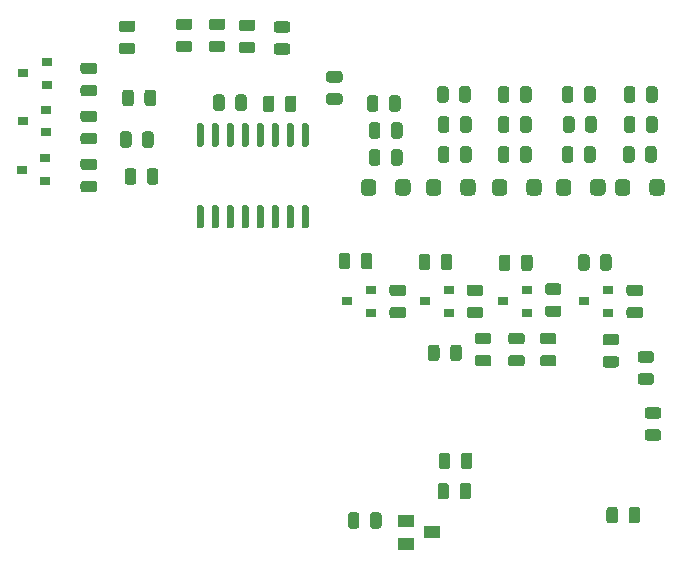
<source format=gbr>
G04 #@! TF.GenerationSoftware,KiCad,Pcbnew,(5.1.6-0-10_14)*
G04 #@! TF.CreationDate,2020-08-18T13:46:32-04:00*
G04 #@! TF.ProjectId,Pufferfish-Interface-2,50756666-6572-4666-9973-682d496e7465,rev?*
G04 #@! TF.SameCoordinates,Original*
G04 #@! TF.FileFunction,Paste,Top*
G04 #@! TF.FilePolarity,Positive*
%FSLAX46Y46*%
G04 Gerber Fmt 4.6, Leading zero omitted, Abs format (unit mm)*
G04 Created by KiCad (PCBNEW (5.1.6-0-10_14)) date 2020-08-18 13:46:32*
%MOMM*%
%LPD*%
G01*
G04 APERTURE LIST*
%ADD10R,1.400000X1.000000*%
%ADD11R,0.900000X0.800000*%
G04 APERTURE END LIST*
D10*
X38692000Y-53340000D03*
X36492000Y-54290000D03*
X36492000Y-52390000D03*
G36*
G01*
X19230480Y-27599560D02*
X18930480Y-27599560D01*
G75*
G02*
X18780480Y-27449560I0J150000D01*
G01*
X18780480Y-25774560D01*
G75*
G02*
X18930480Y-25624560I150000J0D01*
G01*
X19230480Y-25624560D01*
G75*
G02*
X19380480Y-25774560I0J-150000D01*
G01*
X19380480Y-27449560D01*
G75*
G02*
X19230480Y-27599560I-150000J0D01*
G01*
G37*
G36*
G01*
X20500480Y-27599560D02*
X20200480Y-27599560D01*
G75*
G02*
X20050480Y-27449560I0J150000D01*
G01*
X20050480Y-25774560D01*
G75*
G02*
X20200480Y-25624560I150000J0D01*
G01*
X20500480Y-25624560D01*
G75*
G02*
X20650480Y-25774560I0J-150000D01*
G01*
X20650480Y-27449560D01*
G75*
G02*
X20500480Y-27599560I-150000J0D01*
G01*
G37*
G36*
G01*
X21770480Y-27599560D02*
X21470480Y-27599560D01*
G75*
G02*
X21320480Y-27449560I0J150000D01*
G01*
X21320480Y-25774560D01*
G75*
G02*
X21470480Y-25624560I150000J0D01*
G01*
X21770480Y-25624560D01*
G75*
G02*
X21920480Y-25774560I0J-150000D01*
G01*
X21920480Y-27449560D01*
G75*
G02*
X21770480Y-27599560I-150000J0D01*
G01*
G37*
G36*
G01*
X23040480Y-27599560D02*
X22740480Y-27599560D01*
G75*
G02*
X22590480Y-27449560I0J150000D01*
G01*
X22590480Y-25774560D01*
G75*
G02*
X22740480Y-25624560I150000J0D01*
G01*
X23040480Y-25624560D01*
G75*
G02*
X23190480Y-25774560I0J-150000D01*
G01*
X23190480Y-27449560D01*
G75*
G02*
X23040480Y-27599560I-150000J0D01*
G01*
G37*
G36*
G01*
X24310480Y-27599560D02*
X24010480Y-27599560D01*
G75*
G02*
X23860480Y-27449560I0J150000D01*
G01*
X23860480Y-25774560D01*
G75*
G02*
X24010480Y-25624560I150000J0D01*
G01*
X24310480Y-25624560D01*
G75*
G02*
X24460480Y-25774560I0J-150000D01*
G01*
X24460480Y-27449560D01*
G75*
G02*
X24310480Y-27599560I-150000J0D01*
G01*
G37*
G36*
G01*
X25580480Y-27599560D02*
X25280480Y-27599560D01*
G75*
G02*
X25130480Y-27449560I0J150000D01*
G01*
X25130480Y-25774560D01*
G75*
G02*
X25280480Y-25624560I150000J0D01*
G01*
X25580480Y-25624560D01*
G75*
G02*
X25730480Y-25774560I0J-150000D01*
G01*
X25730480Y-27449560D01*
G75*
G02*
X25580480Y-27599560I-150000J0D01*
G01*
G37*
G36*
G01*
X26850480Y-27599560D02*
X26550480Y-27599560D01*
G75*
G02*
X26400480Y-27449560I0J150000D01*
G01*
X26400480Y-25774560D01*
G75*
G02*
X26550480Y-25624560I150000J0D01*
G01*
X26850480Y-25624560D01*
G75*
G02*
X27000480Y-25774560I0J-150000D01*
G01*
X27000480Y-27449560D01*
G75*
G02*
X26850480Y-27599560I-150000J0D01*
G01*
G37*
G36*
G01*
X28120480Y-27599560D02*
X27820480Y-27599560D01*
G75*
G02*
X27670480Y-27449560I0J150000D01*
G01*
X27670480Y-25774560D01*
G75*
G02*
X27820480Y-25624560I150000J0D01*
G01*
X28120480Y-25624560D01*
G75*
G02*
X28270480Y-25774560I0J-150000D01*
G01*
X28270480Y-27449560D01*
G75*
G02*
X28120480Y-27599560I-150000J0D01*
G01*
G37*
G36*
G01*
X28120480Y-20674560D02*
X27820480Y-20674560D01*
G75*
G02*
X27670480Y-20524560I0J150000D01*
G01*
X27670480Y-18849560D01*
G75*
G02*
X27820480Y-18699560I150000J0D01*
G01*
X28120480Y-18699560D01*
G75*
G02*
X28270480Y-18849560I0J-150000D01*
G01*
X28270480Y-20524560D01*
G75*
G02*
X28120480Y-20674560I-150000J0D01*
G01*
G37*
G36*
G01*
X26850480Y-20674560D02*
X26550480Y-20674560D01*
G75*
G02*
X26400480Y-20524560I0J150000D01*
G01*
X26400480Y-18849560D01*
G75*
G02*
X26550480Y-18699560I150000J0D01*
G01*
X26850480Y-18699560D01*
G75*
G02*
X27000480Y-18849560I0J-150000D01*
G01*
X27000480Y-20524560D01*
G75*
G02*
X26850480Y-20674560I-150000J0D01*
G01*
G37*
G36*
G01*
X25580480Y-20674560D02*
X25280480Y-20674560D01*
G75*
G02*
X25130480Y-20524560I0J150000D01*
G01*
X25130480Y-18849560D01*
G75*
G02*
X25280480Y-18699560I150000J0D01*
G01*
X25580480Y-18699560D01*
G75*
G02*
X25730480Y-18849560I0J-150000D01*
G01*
X25730480Y-20524560D01*
G75*
G02*
X25580480Y-20674560I-150000J0D01*
G01*
G37*
G36*
G01*
X24310480Y-20674560D02*
X24010480Y-20674560D01*
G75*
G02*
X23860480Y-20524560I0J150000D01*
G01*
X23860480Y-18849560D01*
G75*
G02*
X24010480Y-18699560I150000J0D01*
G01*
X24310480Y-18699560D01*
G75*
G02*
X24460480Y-18849560I0J-150000D01*
G01*
X24460480Y-20524560D01*
G75*
G02*
X24310480Y-20674560I-150000J0D01*
G01*
G37*
G36*
G01*
X23040480Y-20674560D02*
X22740480Y-20674560D01*
G75*
G02*
X22590480Y-20524560I0J150000D01*
G01*
X22590480Y-18849560D01*
G75*
G02*
X22740480Y-18699560I150000J0D01*
G01*
X23040480Y-18699560D01*
G75*
G02*
X23190480Y-18849560I0J-150000D01*
G01*
X23190480Y-20524560D01*
G75*
G02*
X23040480Y-20674560I-150000J0D01*
G01*
G37*
G36*
G01*
X21770480Y-20674560D02*
X21470480Y-20674560D01*
G75*
G02*
X21320480Y-20524560I0J150000D01*
G01*
X21320480Y-18849560D01*
G75*
G02*
X21470480Y-18699560I150000J0D01*
G01*
X21770480Y-18699560D01*
G75*
G02*
X21920480Y-18849560I0J-150000D01*
G01*
X21920480Y-20524560D01*
G75*
G02*
X21770480Y-20674560I-150000J0D01*
G01*
G37*
G36*
G01*
X20500480Y-20674560D02*
X20200480Y-20674560D01*
G75*
G02*
X20050480Y-20524560I0J150000D01*
G01*
X20050480Y-18849560D01*
G75*
G02*
X20200480Y-18699560I150000J0D01*
G01*
X20500480Y-18699560D01*
G75*
G02*
X20650480Y-18849560I0J-150000D01*
G01*
X20650480Y-20524560D01*
G75*
G02*
X20500480Y-20674560I-150000J0D01*
G01*
G37*
G36*
G01*
X19230480Y-20674560D02*
X18930480Y-20674560D01*
G75*
G02*
X18780480Y-20524560I0J150000D01*
G01*
X18780480Y-18849560D01*
G75*
G02*
X18930480Y-18699560I150000J0D01*
G01*
X19230480Y-18699560D01*
G75*
G02*
X19380480Y-18849560I0J-150000D01*
G01*
X19380480Y-20524560D01*
G75*
G02*
X19230480Y-20674560I-150000J0D01*
G01*
G37*
G36*
G01*
X57813000Y-18339750D02*
X57813000Y-19252250D01*
G75*
G02*
X57569250Y-19496000I-243750J0D01*
G01*
X57081750Y-19496000D01*
G75*
G02*
X56838000Y-19252250I0J243750D01*
G01*
X56838000Y-18339750D01*
G75*
G02*
X57081750Y-18096000I243750J0D01*
G01*
X57569250Y-18096000D01*
G75*
G02*
X57813000Y-18339750I0J-243750D01*
G01*
G37*
G36*
G01*
X55938000Y-18339750D02*
X55938000Y-19252250D01*
G75*
G02*
X55694250Y-19496000I-243750J0D01*
G01*
X55206750Y-19496000D01*
G75*
G02*
X54963000Y-19252250I0J243750D01*
G01*
X54963000Y-18339750D01*
G75*
G02*
X55206750Y-18096000I243750J0D01*
G01*
X55694250Y-18096000D01*
G75*
G02*
X55938000Y-18339750I0J-243750D01*
G01*
G37*
G36*
G01*
X56838000Y-16712250D02*
X56838000Y-15799750D01*
G75*
G02*
X57081750Y-15556000I243750J0D01*
G01*
X57569250Y-15556000D01*
G75*
G02*
X57813000Y-15799750I0J-243750D01*
G01*
X57813000Y-16712250D01*
G75*
G02*
X57569250Y-16956000I-243750J0D01*
G01*
X57081750Y-16956000D01*
G75*
G02*
X56838000Y-16712250I0J243750D01*
G01*
G37*
G36*
G01*
X54963000Y-16712250D02*
X54963000Y-15799750D01*
G75*
G02*
X55206750Y-15556000I243750J0D01*
G01*
X55694250Y-15556000D01*
G75*
G02*
X55938000Y-15799750I0J-243750D01*
G01*
X55938000Y-16712250D01*
G75*
G02*
X55694250Y-16956000I-243750J0D01*
G01*
X55206750Y-16956000D01*
G75*
G02*
X54963000Y-16712250I0J243750D01*
G01*
G37*
G36*
G01*
X36223000Y-18847750D02*
X36223000Y-19760250D01*
G75*
G02*
X35979250Y-20004000I-243750J0D01*
G01*
X35491750Y-20004000D01*
G75*
G02*
X35248000Y-19760250I0J243750D01*
G01*
X35248000Y-18847750D01*
G75*
G02*
X35491750Y-18604000I243750J0D01*
G01*
X35979250Y-18604000D01*
G75*
G02*
X36223000Y-18847750I0J-243750D01*
G01*
G37*
G36*
G01*
X34348000Y-18847750D02*
X34348000Y-19760250D01*
G75*
G02*
X34104250Y-20004000I-243750J0D01*
G01*
X33616750Y-20004000D01*
G75*
G02*
X33373000Y-19760250I0J243750D01*
G01*
X33373000Y-18847750D01*
G75*
G02*
X33616750Y-18604000I243750J0D01*
G01*
X34104250Y-18604000D01*
G75*
G02*
X34348000Y-18847750I0J-243750D01*
G01*
G37*
G36*
G01*
X42065000Y-18339750D02*
X42065000Y-19252250D01*
G75*
G02*
X41821250Y-19496000I-243750J0D01*
G01*
X41333750Y-19496000D01*
G75*
G02*
X41090000Y-19252250I0J243750D01*
G01*
X41090000Y-18339750D01*
G75*
G02*
X41333750Y-18096000I243750J0D01*
G01*
X41821250Y-18096000D01*
G75*
G02*
X42065000Y-18339750I0J-243750D01*
G01*
G37*
G36*
G01*
X40190000Y-18339750D02*
X40190000Y-19252250D01*
G75*
G02*
X39946250Y-19496000I-243750J0D01*
G01*
X39458750Y-19496000D01*
G75*
G02*
X39215000Y-19252250I0J243750D01*
G01*
X39215000Y-18339750D01*
G75*
G02*
X39458750Y-18096000I243750J0D01*
G01*
X39946250Y-18096000D01*
G75*
G02*
X40190000Y-18339750I0J-243750D01*
G01*
G37*
G36*
G01*
X45270000Y-18339750D02*
X45270000Y-19252250D01*
G75*
G02*
X45026250Y-19496000I-243750J0D01*
G01*
X44538750Y-19496000D01*
G75*
G02*
X44295000Y-19252250I0J243750D01*
G01*
X44295000Y-18339750D01*
G75*
G02*
X44538750Y-18096000I243750J0D01*
G01*
X45026250Y-18096000D01*
G75*
G02*
X45270000Y-18339750I0J-243750D01*
G01*
G37*
G36*
G01*
X47145000Y-18339750D02*
X47145000Y-19252250D01*
G75*
G02*
X46901250Y-19496000I-243750J0D01*
G01*
X46413750Y-19496000D01*
G75*
G02*
X46170000Y-19252250I0J243750D01*
G01*
X46170000Y-18339750D01*
G75*
G02*
X46413750Y-18096000I243750J0D01*
G01*
X46901250Y-18096000D01*
G75*
G02*
X47145000Y-18339750I0J-243750D01*
G01*
G37*
G36*
G01*
X52654500Y-18339750D02*
X52654500Y-19252250D01*
G75*
G02*
X52410750Y-19496000I-243750J0D01*
G01*
X51923250Y-19496000D01*
G75*
G02*
X51679500Y-19252250I0J243750D01*
G01*
X51679500Y-18339750D01*
G75*
G02*
X51923250Y-18096000I243750J0D01*
G01*
X52410750Y-18096000D01*
G75*
G02*
X52654500Y-18339750I0J-243750D01*
G01*
G37*
G36*
G01*
X50779500Y-18339750D02*
X50779500Y-19252250D01*
G75*
G02*
X50535750Y-19496000I-243750J0D01*
G01*
X50048250Y-19496000D01*
G75*
G02*
X49804500Y-19252250I0J243750D01*
G01*
X49804500Y-18339750D01*
G75*
G02*
X50048250Y-18096000I243750J0D01*
G01*
X50535750Y-18096000D01*
G75*
G02*
X50779500Y-18339750I0J-243750D01*
G01*
G37*
G36*
G01*
X35072500Y-17474250D02*
X35072500Y-16561750D01*
G75*
G02*
X35316250Y-16318000I243750J0D01*
G01*
X35803750Y-16318000D01*
G75*
G02*
X36047500Y-16561750I0J-243750D01*
G01*
X36047500Y-17474250D01*
G75*
G02*
X35803750Y-17718000I-243750J0D01*
G01*
X35316250Y-17718000D01*
G75*
G02*
X35072500Y-17474250I0J243750D01*
G01*
G37*
G36*
G01*
X33197500Y-17474250D02*
X33197500Y-16561750D01*
G75*
G02*
X33441250Y-16318000I243750J0D01*
G01*
X33928750Y-16318000D01*
G75*
G02*
X34172500Y-16561750I0J-243750D01*
G01*
X34172500Y-17474250D01*
G75*
G02*
X33928750Y-17718000I-243750J0D01*
G01*
X33441250Y-17718000D01*
G75*
G02*
X33197500Y-17474250I0J243750D01*
G01*
G37*
G36*
G01*
X41011500Y-16712250D02*
X41011500Y-15799750D01*
G75*
G02*
X41255250Y-15556000I243750J0D01*
G01*
X41742750Y-15556000D01*
G75*
G02*
X41986500Y-15799750I0J-243750D01*
G01*
X41986500Y-16712250D01*
G75*
G02*
X41742750Y-16956000I-243750J0D01*
G01*
X41255250Y-16956000D01*
G75*
G02*
X41011500Y-16712250I0J243750D01*
G01*
G37*
G36*
G01*
X39136500Y-16712250D02*
X39136500Y-15799750D01*
G75*
G02*
X39380250Y-15556000I243750J0D01*
G01*
X39867750Y-15556000D01*
G75*
G02*
X40111500Y-15799750I0J-243750D01*
G01*
X40111500Y-16712250D01*
G75*
G02*
X39867750Y-16956000I-243750J0D01*
G01*
X39380250Y-16956000D01*
G75*
G02*
X39136500Y-16712250I0J243750D01*
G01*
G37*
G36*
G01*
X44295000Y-16712250D02*
X44295000Y-15799750D01*
G75*
G02*
X44538750Y-15556000I243750J0D01*
G01*
X45026250Y-15556000D01*
G75*
G02*
X45270000Y-15799750I0J-243750D01*
G01*
X45270000Y-16712250D01*
G75*
G02*
X45026250Y-16956000I-243750J0D01*
G01*
X44538750Y-16956000D01*
G75*
G02*
X44295000Y-16712250I0J243750D01*
G01*
G37*
G36*
G01*
X46170000Y-16712250D02*
X46170000Y-15799750D01*
G75*
G02*
X46413750Y-15556000I243750J0D01*
G01*
X46901250Y-15556000D01*
G75*
G02*
X47145000Y-15799750I0J-243750D01*
G01*
X47145000Y-16712250D01*
G75*
G02*
X46901250Y-16956000I-243750J0D01*
G01*
X46413750Y-16956000D01*
G75*
G02*
X46170000Y-16712250I0J243750D01*
G01*
G37*
G36*
G01*
X49707500Y-16712250D02*
X49707500Y-15799750D01*
G75*
G02*
X49951250Y-15556000I243750J0D01*
G01*
X50438750Y-15556000D01*
G75*
G02*
X50682500Y-15799750I0J-243750D01*
G01*
X50682500Y-16712250D01*
G75*
G02*
X50438750Y-16956000I-243750J0D01*
G01*
X49951250Y-16956000D01*
G75*
G02*
X49707500Y-16712250I0J243750D01*
G01*
G37*
G36*
G01*
X51582500Y-16712250D02*
X51582500Y-15799750D01*
G75*
G02*
X51826250Y-15556000I243750J0D01*
G01*
X52313750Y-15556000D01*
G75*
G02*
X52557500Y-15799750I0J-243750D01*
G01*
X52557500Y-16712250D01*
G75*
G02*
X52313750Y-16956000I-243750J0D01*
G01*
X51826250Y-16956000D01*
G75*
G02*
X51582500Y-16712250I0J243750D01*
G01*
G37*
G36*
G01*
X17270410Y-11712360D02*
X18182910Y-11712360D01*
G75*
G02*
X18426660Y-11956110I0J-243750D01*
G01*
X18426660Y-12443610D01*
G75*
G02*
X18182910Y-12687360I-243750J0D01*
G01*
X17270410Y-12687360D01*
G75*
G02*
X17026660Y-12443610I0J243750D01*
G01*
X17026660Y-11956110D01*
G75*
G02*
X17270410Y-11712360I243750J0D01*
G01*
G37*
G36*
G01*
X17270410Y-9837360D02*
X18182910Y-9837360D01*
G75*
G02*
X18426660Y-10081110I0J-243750D01*
G01*
X18426660Y-10568610D01*
G75*
G02*
X18182910Y-10812360I-243750J0D01*
G01*
X17270410Y-10812360D01*
G75*
G02*
X17026660Y-10568610I0J243750D01*
G01*
X17026660Y-10081110D01*
G75*
G02*
X17270410Y-9837360I243750J0D01*
G01*
G37*
G36*
G01*
X20064410Y-9837360D02*
X20976910Y-9837360D01*
G75*
G02*
X21220660Y-10081110I0J-243750D01*
G01*
X21220660Y-10568610D01*
G75*
G02*
X20976910Y-10812360I-243750J0D01*
G01*
X20064410Y-10812360D01*
G75*
G02*
X19820660Y-10568610I0J243750D01*
G01*
X19820660Y-10081110D01*
G75*
G02*
X20064410Y-9837360I243750J0D01*
G01*
G37*
G36*
G01*
X20064410Y-11712360D02*
X20976910Y-11712360D01*
G75*
G02*
X21220660Y-11956110I0J-243750D01*
G01*
X21220660Y-12443610D01*
G75*
G02*
X20976910Y-12687360I-243750J0D01*
G01*
X20064410Y-12687360D01*
G75*
G02*
X19820660Y-12443610I0J243750D01*
G01*
X19820660Y-11956110D01*
G75*
G02*
X20064410Y-11712360I243750J0D01*
G01*
G37*
G36*
G01*
X22604410Y-11790860D02*
X23516910Y-11790860D01*
G75*
G02*
X23760660Y-12034610I0J-243750D01*
G01*
X23760660Y-12522110D01*
G75*
G02*
X23516910Y-12765860I-243750J0D01*
G01*
X22604410Y-12765860D01*
G75*
G02*
X22360660Y-12522110I0J243750D01*
G01*
X22360660Y-12034610D01*
G75*
G02*
X22604410Y-11790860I243750J0D01*
G01*
G37*
G36*
G01*
X22604410Y-9915860D02*
X23516910Y-9915860D01*
G75*
G02*
X23760660Y-10159610I0J-243750D01*
G01*
X23760660Y-10647110D01*
G75*
G02*
X23516910Y-10890860I-243750J0D01*
G01*
X22604410Y-10890860D01*
G75*
G02*
X22360660Y-10647110I0J243750D01*
G01*
X22360660Y-10159610D01*
G75*
G02*
X22604410Y-9915860I243750J0D01*
G01*
G37*
G36*
G01*
X25553350Y-10048420D02*
X26465850Y-10048420D01*
G75*
G02*
X26709600Y-10292170I0J-243750D01*
G01*
X26709600Y-10779670D01*
G75*
G02*
X26465850Y-11023420I-243750J0D01*
G01*
X25553350Y-11023420D01*
G75*
G02*
X25309600Y-10779670I0J243750D01*
G01*
X25309600Y-10292170D01*
G75*
G02*
X25553350Y-10048420I243750J0D01*
G01*
G37*
G36*
G01*
X25553350Y-11923420D02*
X26465850Y-11923420D01*
G75*
G02*
X26709600Y-12167170I0J-243750D01*
G01*
X26709600Y-12654670D01*
G75*
G02*
X26465850Y-12898420I-243750J0D01*
G01*
X25553350Y-12898420D01*
G75*
G02*
X25309600Y-12654670I0J243750D01*
G01*
X25309600Y-12167170D01*
G75*
G02*
X25553350Y-11923420I243750J0D01*
G01*
G37*
G36*
G01*
X10108250Y-14536000D02*
X9195750Y-14536000D01*
G75*
G02*
X8952000Y-14292250I0J243750D01*
G01*
X8952000Y-13804750D01*
G75*
G02*
X9195750Y-13561000I243750J0D01*
G01*
X10108250Y-13561000D01*
G75*
G02*
X10352000Y-13804750I0J-243750D01*
G01*
X10352000Y-14292250D01*
G75*
G02*
X10108250Y-14536000I-243750J0D01*
G01*
G37*
G36*
G01*
X10108250Y-16411000D02*
X9195750Y-16411000D01*
G75*
G02*
X8952000Y-16167250I0J243750D01*
G01*
X8952000Y-15679750D01*
G75*
G02*
X9195750Y-15436000I243750J0D01*
G01*
X10108250Y-15436000D01*
G75*
G02*
X10352000Y-15679750I0J-243750D01*
G01*
X10352000Y-16167250D01*
G75*
G02*
X10108250Y-16411000I-243750J0D01*
G01*
G37*
G36*
G01*
X10108250Y-20475000D02*
X9195750Y-20475000D01*
G75*
G02*
X8952000Y-20231250I0J243750D01*
G01*
X8952000Y-19743750D01*
G75*
G02*
X9195750Y-19500000I243750J0D01*
G01*
X10108250Y-19500000D01*
G75*
G02*
X10352000Y-19743750I0J-243750D01*
G01*
X10352000Y-20231250D01*
G75*
G02*
X10108250Y-20475000I-243750J0D01*
G01*
G37*
G36*
G01*
X10108250Y-18600000D02*
X9195750Y-18600000D01*
G75*
G02*
X8952000Y-18356250I0J243750D01*
G01*
X8952000Y-17868750D01*
G75*
G02*
X9195750Y-17625000I243750J0D01*
G01*
X10108250Y-17625000D01*
G75*
G02*
X10352000Y-17868750I0J-243750D01*
G01*
X10352000Y-18356250D01*
G75*
G02*
X10108250Y-18600000I-243750J0D01*
G01*
G37*
G36*
G01*
X10108250Y-22664000D02*
X9195750Y-22664000D01*
G75*
G02*
X8952000Y-22420250I0J243750D01*
G01*
X8952000Y-21932750D01*
G75*
G02*
X9195750Y-21689000I243750J0D01*
G01*
X10108250Y-21689000D01*
G75*
G02*
X10352000Y-21932750I0J-243750D01*
G01*
X10352000Y-22420250D01*
G75*
G02*
X10108250Y-22664000I-243750J0D01*
G01*
G37*
G36*
G01*
X10108250Y-24539000D02*
X9195750Y-24539000D01*
G75*
G02*
X8952000Y-24295250I0J243750D01*
G01*
X8952000Y-23807750D01*
G75*
G02*
X9195750Y-23564000I243750J0D01*
G01*
X10108250Y-23564000D01*
G75*
G02*
X10352000Y-23807750I0J-243750D01*
G01*
X10352000Y-24295250D01*
G75*
G02*
X10108250Y-24539000I-243750J0D01*
G01*
G37*
G36*
G01*
X34445000Y-51867750D02*
X34445000Y-52780250D01*
G75*
G02*
X34201250Y-53024000I-243750J0D01*
G01*
X33713750Y-53024000D01*
G75*
G02*
X33470000Y-52780250I0J243750D01*
G01*
X33470000Y-51867750D01*
G75*
G02*
X33713750Y-51624000I243750J0D01*
G01*
X34201250Y-51624000D01*
G75*
G02*
X34445000Y-51867750I0J-243750D01*
G01*
G37*
G36*
G01*
X32570000Y-51867750D02*
X32570000Y-52780250D01*
G75*
G02*
X32326250Y-53024000I-243750J0D01*
G01*
X31838750Y-53024000D01*
G75*
G02*
X31595000Y-52780250I0J243750D01*
G01*
X31595000Y-51867750D01*
G75*
G02*
X31838750Y-51624000I243750J0D01*
G01*
X32326250Y-51624000D01*
G75*
G02*
X32570000Y-51867750I0J-243750D01*
G01*
G37*
G36*
G01*
X52049020Y-30023750D02*
X52049020Y-30936250D01*
G75*
G02*
X51805270Y-31180000I-243750J0D01*
G01*
X51317770Y-31180000D01*
G75*
G02*
X51074020Y-30936250I0J243750D01*
G01*
X51074020Y-30023750D01*
G75*
G02*
X51317770Y-29780000I243750J0D01*
G01*
X51805270Y-29780000D01*
G75*
G02*
X52049020Y-30023750I0J-243750D01*
G01*
G37*
G36*
G01*
X53924020Y-30023750D02*
X53924020Y-30936250D01*
G75*
G02*
X53680270Y-31180000I-243750J0D01*
G01*
X53192770Y-31180000D01*
G75*
G02*
X52949020Y-30936250I0J243750D01*
G01*
X52949020Y-30023750D01*
G75*
G02*
X53192770Y-29780000I243750J0D01*
G01*
X53680270Y-29780000D01*
G75*
G02*
X53924020Y-30023750I0J-243750D01*
G01*
G37*
G36*
G01*
X47223500Y-30061850D02*
X47223500Y-30974350D01*
G75*
G02*
X46979750Y-31218100I-243750J0D01*
G01*
X46492250Y-31218100D01*
G75*
G02*
X46248500Y-30974350I0J243750D01*
G01*
X46248500Y-30061850D01*
G75*
G02*
X46492250Y-29818100I243750J0D01*
G01*
X46979750Y-29818100D01*
G75*
G02*
X47223500Y-30061850I0J-243750D01*
G01*
G37*
G36*
G01*
X45348500Y-30061850D02*
X45348500Y-30974350D01*
G75*
G02*
X45104750Y-31218100I-243750J0D01*
G01*
X44617250Y-31218100D01*
G75*
G02*
X44373500Y-30974350I0J243750D01*
G01*
X44373500Y-30061850D01*
G75*
G02*
X44617250Y-29818100I243750J0D01*
G01*
X45104750Y-29818100D01*
G75*
G02*
X45348500Y-30061850I0J-243750D01*
G01*
G37*
G36*
G01*
X38559320Y-29983110D02*
X38559320Y-30895610D01*
G75*
G02*
X38315570Y-31139360I-243750J0D01*
G01*
X37828070Y-31139360D01*
G75*
G02*
X37584320Y-30895610I0J243750D01*
G01*
X37584320Y-29983110D01*
G75*
G02*
X37828070Y-29739360I243750J0D01*
G01*
X38315570Y-29739360D01*
G75*
G02*
X38559320Y-29983110I0J-243750D01*
G01*
G37*
G36*
G01*
X40434320Y-29983110D02*
X40434320Y-30895610D01*
G75*
G02*
X40190570Y-31139360I-243750J0D01*
G01*
X39703070Y-31139360D01*
G75*
G02*
X39459320Y-30895610I0J243750D01*
G01*
X39459320Y-29983110D01*
G75*
G02*
X39703070Y-29739360I243750J0D01*
G01*
X40190570Y-29739360D01*
G75*
G02*
X40434320Y-29983110I0J-243750D01*
G01*
G37*
G36*
G01*
X33673080Y-29904370D02*
X33673080Y-30816870D01*
G75*
G02*
X33429330Y-31060620I-243750J0D01*
G01*
X32941830Y-31060620D01*
G75*
G02*
X32698080Y-30816870I0J243750D01*
G01*
X32698080Y-29904370D01*
G75*
G02*
X32941830Y-29660620I243750J0D01*
G01*
X33429330Y-29660620D01*
G75*
G02*
X33673080Y-29904370I0J-243750D01*
G01*
G37*
G36*
G01*
X31798080Y-29904370D02*
X31798080Y-30816870D01*
G75*
G02*
X31554330Y-31060620I-243750J0D01*
G01*
X31066830Y-31060620D01*
G75*
G02*
X30823080Y-30816870I0J243750D01*
G01*
X30823080Y-29904370D01*
G75*
G02*
X31066830Y-29660620I243750J0D01*
G01*
X31554330Y-29660620D01*
G75*
G02*
X31798080Y-29904370I0J-243750D01*
G01*
G37*
G36*
G01*
X56336250Y-35207000D02*
X55423750Y-35207000D01*
G75*
G02*
X55180000Y-34963250I0J243750D01*
G01*
X55180000Y-34475750D01*
G75*
G02*
X55423750Y-34232000I243750J0D01*
G01*
X56336250Y-34232000D01*
G75*
G02*
X56580000Y-34475750I0J-243750D01*
G01*
X56580000Y-34963250D01*
G75*
G02*
X56336250Y-35207000I-243750J0D01*
G01*
G37*
G36*
G01*
X56336250Y-33332000D02*
X55423750Y-33332000D01*
G75*
G02*
X55180000Y-33088250I0J243750D01*
G01*
X55180000Y-32600750D01*
G75*
G02*
X55423750Y-32357000I243750J0D01*
G01*
X56336250Y-32357000D01*
G75*
G02*
X56580000Y-32600750I0J-243750D01*
G01*
X56580000Y-33088250D01*
G75*
G02*
X56336250Y-33332000I-243750J0D01*
G01*
G37*
G36*
G01*
X49432530Y-33225320D02*
X48520030Y-33225320D01*
G75*
G02*
X48276280Y-32981570I0J243750D01*
G01*
X48276280Y-32494070D01*
G75*
G02*
X48520030Y-32250320I243750J0D01*
G01*
X49432530Y-32250320D01*
G75*
G02*
X49676280Y-32494070I0J-243750D01*
G01*
X49676280Y-32981570D01*
G75*
G02*
X49432530Y-33225320I-243750J0D01*
G01*
G37*
G36*
G01*
X49432530Y-35100320D02*
X48520030Y-35100320D01*
G75*
G02*
X48276280Y-34856570I0J243750D01*
G01*
X48276280Y-34369070D01*
G75*
G02*
X48520030Y-34125320I243750J0D01*
G01*
X49432530Y-34125320D01*
G75*
G02*
X49676280Y-34369070I0J-243750D01*
G01*
X49676280Y-34856570D01*
G75*
G02*
X49432530Y-35100320I-243750J0D01*
G01*
G37*
G36*
G01*
X42798050Y-35207000D02*
X41885550Y-35207000D01*
G75*
G02*
X41641800Y-34963250I0J243750D01*
G01*
X41641800Y-34475750D01*
G75*
G02*
X41885550Y-34232000I243750J0D01*
G01*
X42798050Y-34232000D01*
G75*
G02*
X43041800Y-34475750I0J-243750D01*
G01*
X43041800Y-34963250D01*
G75*
G02*
X42798050Y-35207000I-243750J0D01*
G01*
G37*
G36*
G01*
X42798050Y-33332000D02*
X41885550Y-33332000D01*
G75*
G02*
X41641800Y-33088250I0J243750D01*
G01*
X41641800Y-32600750D01*
G75*
G02*
X41885550Y-32357000I243750J0D01*
G01*
X42798050Y-32357000D01*
G75*
G02*
X43041800Y-32600750I0J-243750D01*
G01*
X43041800Y-33088250D01*
G75*
G02*
X42798050Y-33332000I-243750J0D01*
G01*
G37*
G36*
G01*
X36270250Y-33332000D02*
X35357750Y-33332000D01*
G75*
G02*
X35114000Y-33088250I0J243750D01*
G01*
X35114000Y-32600750D01*
G75*
G02*
X35357750Y-32357000I243750J0D01*
G01*
X36270250Y-32357000D01*
G75*
G02*
X36514000Y-32600750I0J-243750D01*
G01*
X36514000Y-33088250D01*
G75*
G02*
X36270250Y-33332000I-243750J0D01*
G01*
G37*
G36*
G01*
X36270250Y-35207000D02*
X35357750Y-35207000D01*
G75*
G02*
X35114000Y-34963250I0J243750D01*
G01*
X35114000Y-34475750D01*
G75*
G02*
X35357750Y-34232000I243750J0D01*
G01*
X36270250Y-34232000D01*
G75*
G02*
X36514000Y-34475750I0J-243750D01*
G01*
X36514000Y-34963250D01*
G75*
G02*
X36270250Y-35207000I-243750J0D01*
G01*
G37*
D11*
X4080000Y-14478000D03*
X6080000Y-13528000D03*
X6080000Y-15428000D03*
X4047740Y-18521720D03*
X6047740Y-17571720D03*
X6047740Y-19471720D03*
X5970780Y-23566160D03*
X5970780Y-21666160D03*
X3970780Y-22616160D03*
X51578000Y-33782000D03*
X53578000Y-32832000D03*
X53578000Y-34732000D03*
X46720000Y-34732000D03*
X46720000Y-32832000D03*
X44720000Y-33782000D03*
X38116000Y-33782000D03*
X40116000Y-32832000D03*
X40116000Y-34732000D03*
X33512000Y-34732000D03*
X33512000Y-32832000D03*
X31512000Y-33782000D03*
G36*
G01*
X57114000Y-24505000D02*
X57114000Y-23755000D01*
G75*
G02*
X57439000Y-23430000I325000J0D01*
G01*
X58089000Y-23430000D01*
G75*
G02*
X58414000Y-23755000I0J-325000D01*
G01*
X58414000Y-24505000D01*
G75*
G02*
X58089000Y-24830000I-325000J0D01*
G01*
X57439000Y-24830000D01*
G75*
G02*
X57114000Y-24505000I0J325000D01*
G01*
G37*
G36*
G01*
X54214000Y-24505000D02*
X54214000Y-23755000D01*
G75*
G02*
X54539000Y-23430000I325000J0D01*
G01*
X55189000Y-23430000D01*
G75*
G02*
X55514000Y-23755000I0J-325000D01*
G01*
X55514000Y-24505000D01*
G75*
G02*
X55189000Y-24830000I-325000J0D01*
G01*
X54539000Y-24830000D01*
G75*
G02*
X54214000Y-24505000I0J325000D01*
G01*
G37*
G36*
G01*
X35598000Y-24505000D02*
X35598000Y-23755000D01*
G75*
G02*
X35923000Y-23430000I325000J0D01*
G01*
X36573000Y-23430000D01*
G75*
G02*
X36898000Y-23755000I0J-325000D01*
G01*
X36898000Y-24505000D01*
G75*
G02*
X36573000Y-24830000I-325000J0D01*
G01*
X35923000Y-24830000D01*
G75*
G02*
X35598000Y-24505000I0J325000D01*
G01*
G37*
G36*
G01*
X32698000Y-24505000D02*
X32698000Y-23755000D01*
G75*
G02*
X33023000Y-23430000I325000J0D01*
G01*
X33673000Y-23430000D01*
G75*
G02*
X33998000Y-23755000I0J-325000D01*
G01*
X33998000Y-24505000D01*
G75*
G02*
X33673000Y-24830000I-325000J0D01*
G01*
X33023000Y-24830000D01*
G75*
G02*
X32698000Y-24505000I0J325000D01*
G01*
G37*
G36*
G01*
X41112000Y-24505000D02*
X41112000Y-23755000D01*
G75*
G02*
X41437000Y-23430000I325000J0D01*
G01*
X42087000Y-23430000D01*
G75*
G02*
X42412000Y-23755000I0J-325000D01*
G01*
X42412000Y-24505000D01*
G75*
G02*
X42087000Y-24830000I-325000J0D01*
G01*
X41437000Y-24830000D01*
G75*
G02*
X41112000Y-24505000I0J325000D01*
G01*
G37*
G36*
G01*
X38212000Y-24505000D02*
X38212000Y-23755000D01*
G75*
G02*
X38537000Y-23430000I325000J0D01*
G01*
X39187000Y-23430000D01*
G75*
G02*
X39512000Y-23755000I0J-325000D01*
G01*
X39512000Y-24505000D01*
G75*
G02*
X39187000Y-24830000I-325000J0D01*
G01*
X38537000Y-24830000D01*
G75*
G02*
X38212000Y-24505000I0J325000D01*
G01*
G37*
G36*
G01*
X43800000Y-24505000D02*
X43800000Y-23755000D01*
G75*
G02*
X44125000Y-23430000I325000J0D01*
G01*
X44775000Y-23430000D01*
G75*
G02*
X45100000Y-23755000I0J-325000D01*
G01*
X45100000Y-24505000D01*
G75*
G02*
X44775000Y-24830000I-325000J0D01*
G01*
X44125000Y-24830000D01*
G75*
G02*
X43800000Y-24505000I0J325000D01*
G01*
G37*
G36*
G01*
X46700000Y-24505000D02*
X46700000Y-23755000D01*
G75*
G02*
X47025000Y-23430000I325000J0D01*
G01*
X47675000Y-23430000D01*
G75*
G02*
X48000000Y-23755000I0J-325000D01*
G01*
X48000000Y-24505000D01*
G75*
G02*
X47675000Y-24830000I-325000J0D01*
G01*
X47025000Y-24830000D01*
G75*
G02*
X46700000Y-24505000I0J325000D01*
G01*
G37*
G36*
G01*
X49208000Y-24505000D02*
X49208000Y-23755000D01*
G75*
G02*
X49533000Y-23430000I325000J0D01*
G01*
X50183000Y-23430000D01*
G75*
G02*
X50508000Y-23755000I0J-325000D01*
G01*
X50508000Y-24505000D01*
G75*
G02*
X50183000Y-24830000I-325000J0D01*
G01*
X49533000Y-24830000D01*
G75*
G02*
X49208000Y-24505000I0J325000D01*
G01*
G37*
G36*
G01*
X52108000Y-24505000D02*
X52108000Y-23755000D01*
G75*
G02*
X52433000Y-23430000I325000J0D01*
G01*
X53083000Y-23430000D01*
G75*
G02*
X53408000Y-23755000I0J-325000D01*
G01*
X53408000Y-24505000D01*
G75*
G02*
X53083000Y-24830000I-325000J0D01*
G01*
X52433000Y-24830000D01*
G75*
G02*
X52108000Y-24505000I0J325000D01*
G01*
G37*
G36*
G01*
X54884500Y-21792250D02*
X54884500Y-20879750D01*
G75*
G02*
X55128250Y-20636000I243750J0D01*
G01*
X55615750Y-20636000D01*
G75*
G02*
X55859500Y-20879750I0J-243750D01*
G01*
X55859500Y-21792250D01*
G75*
G02*
X55615750Y-22036000I-243750J0D01*
G01*
X55128250Y-22036000D01*
G75*
G02*
X54884500Y-21792250I0J243750D01*
G01*
G37*
G36*
G01*
X56759500Y-21792250D02*
X56759500Y-20879750D01*
G75*
G02*
X57003250Y-20636000I243750J0D01*
G01*
X57490750Y-20636000D01*
G75*
G02*
X57734500Y-20879750I0J-243750D01*
G01*
X57734500Y-21792250D01*
G75*
G02*
X57490750Y-22036000I-243750J0D01*
G01*
X57003250Y-22036000D01*
G75*
G02*
X56759500Y-21792250I0J243750D01*
G01*
G37*
G36*
G01*
X33373000Y-22046250D02*
X33373000Y-21133750D01*
G75*
G02*
X33616750Y-20890000I243750J0D01*
G01*
X34104250Y-20890000D01*
G75*
G02*
X34348000Y-21133750I0J-243750D01*
G01*
X34348000Y-22046250D01*
G75*
G02*
X34104250Y-22290000I-243750J0D01*
G01*
X33616750Y-22290000D01*
G75*
G02*
X33373000Y-22046250I0J243750D01*
G01*
G37*
G36*
G01*
X35248000Y-22046250D02*
X35248000Y-21133750D01*
G75*
G02*
X35491750Y-20890000I243750J0D01*
G01*
X35979250Y-20890000D01*
G75*
G02*
X36223000Y-21133750I0J-243750D01*
G01*
X36223000Y-22046250D01*
G75*
G02*
X35979250Y-22290000I-243750J0D01*
G01*
X35491750Y-22290000D01*
G75*
G02*
X35248000Y-22046250I0J243750D01*
G01*
G37*
G36*
G01*
X39215000Y-21792250D02*
X39215000Y-20879750D01*
G75*
G02*
X39458750Y-20636000I243750J0D01*
G01*
X39946250Y-20636000D01*
G75*
G02*
X40190000Y-20879750I0J-243750D01*
G01*
X40190000Y-21792250D01*
G75*
G02*
X39946250Y-22036000I-243750J0D01*
G01*
X39458750Y-22036000D01*
G75*
G02*
X39215000Y-21792250I0J243750D01*
G01*
G37*
G36*
G01*
X41090000Y-21792250D02*
X41090000Y-20879750D01*
G75*
G02*
X41333750Y-20636000I243750J0D01*
G01*
X41821250Y-20636000D01*
G75*
G02*
X42065000Y-20879750I0J-243750D01*
G01*
X42065000Y-21792250D01*
G75*
G02*
X41821250Y-22036000I-243750J0D01*
G01*
X41333750Y-22036000D01*
G75*
G02*
X41090000Y-21792250I0J243750D01*
G01*
G37*
G36*
G01*
X46170000Y-21792250D02*
X46170000Y-20879750D01*
G75*
G02*
X46413750Y-20636000I243750J0D01*
G01*
X46901250Y-20636000D01*
G75*
G02*
X47145000Y-20879750I0J-243750D01*
G01*
X47145000Y-21792250D01*
G75*
G02*
X46901250Y-22036000I-243750J0D01*
G01*
X46413750Y-22036000D01*
G75*
G02*
X46170000Y-21792250I0J243750D01*
G01*
G37*
G36*
G01*
X44295000Y-21792250D02*
X44295000Y-20879750D01*
G75*
G02*
X44538750Y-20636000I243750J0D01*
G01*
X45026250Y-20636000D01*
G75*
G02*
X45270000Y-20879750I0J-243750D01*
G01*
X45270000Y-21792250D01*
G75*
G02*
X45026250Y-22036000I-243750J0D01*
G01*
X44538750Y-22036000D01*
G75*
G02*
X44295000Y-21792250I0J243750D01*
G01*
G37*
G36*
G01*
X51582500Y-21792250D02*
X51582500Y-20879750D01*
G75*
G02*
X51826250Y-20636000I243750J0D01*
G01*
X52313750Y-20636000D01*
G75*
G02*
X52557500Y-20879750I0J-243750D01*
G01*
X52557500Y-21792250D01*
G75*
G02*
X52313750Y-22036000I-243750J0D01*
G01*
X51826250Y-22036000D01*
G75*
G02*
X51582500Y-21792250I0J243750D01*
G01*
G37*
G36*
G01*
X49707500Y-21792250D02*
X49707500Y-20879750D01*
G75*
G02*
X49951250Y-20636000I243750J0D01*
G01*
X50438750Y-20636000D01*
G75*
G02*
X50682500Y-20879750I0J-243750D01*
G01*
X50682500Y-21792250D01*
G75*
G02*
X50438750Y-22036000I-243750J0D01*
G01*
X49951250Y-22036000D01*
G75*
G02*
X49707500Y-21792250I0J243750D01*
G01*
G37*
G36*
G01*
X40249260Y-38596890D02*
X40249260Y-37684390D01*
G75*
G02*
X40493010Y-37440640I243750J0D01*
G01*
X40980510Y-37440640D01*
G75*
G02*
X41224260Y-37684390I0J-243750D01*
G01*
X41224260Y-38596890D01*
G75*
G02*
X40980510Y-38840640I-243750J0D01*
G01*
X40493010Y-38840640D01*
G75*
G02*
X40249260Y-38596890I0J243750D01*
G01*
G37*
G36*
G01*
X38374260Y-38596890D02*
X38374260Y-37684390D01*
G75*
G02*
X38618010Y-37440640I243750J0D01*
G01*
X39105510Y-37440640D01*
G75*
G02*
X39349260Y-37684390I0J-243750D01*
G01*
X39349260Y-38596890D01*
G75*
G02*
X39105510Y-38840640I-243750J0D01*
G01*
X38618010Y-38840640D01*
G75*
G02*
X38374260Y-38596890I0J243750D01*
G01*
G37*
G36*
G01*
X42576430Y-38313780D02*
X43488930Y-38313780D01*
G75*
G02*
X43732680Y-38557530I0J-243750D01*
G01*
X43732680Y-39045030D01*
G75*
G02*
X43488930Y-39288780I-243750J0D01*
G01*
X42576430Y-39288780D01*
G75*
G02*
X42332680Y-39045030I0J243750D01*
G01*
X42332680Y-38557530D01*
G75*
G02*
X42576430Y-38313780I243750J0D01*
G01*
G37*
G36*
G01*
X42576430Y-36438780D02*
X43488930Y-36438780D01*
G75*
G02*
X43732680Y-36682530I0J-243750D01*
G01*
X43732680Y-37170030D01*
G75*
G02*
X43488930Y-37413780I-243750J0D01*
G01*
X42576430Y-37413780D01*
G75*
G02*
X42332680Y-37170030I0J243750D01*
G01*
X42332680Y-36682530D01*
G75*
G02*
X42576430Y-36438780I243750J0D01*
G01*
G37*
G36*
G01*
X45400910Y-38313780D02*
X46313410Y-38313780D01*
G75*
G02*
X46557160Y-38557530I0J-243750D01*
G01*
X46557160Y-39045030D01*
G75*
G02*
X46313410Y-39288780I-243750J0D01*
G01*
X45400910Y-39288780D01*
G75*
G02*
X45157160Y-39045030I0J243750D01*
G01*
X45157160Y-38557530D01*
G75*
G02*
X45400910Y-38313780I243750J0D01*
G01*
G37*
G36*
G01*
X45400910Y-36438780D02*
X46313410Y-36438780D01*
G75*
G02*
X46557160Y-36682530I0J-243750D01*
G01*
X46557160Y-37170030D01*
G75*
G02*
X46313410Y-37413780I-243750J0D01*
G01*
X45400910Y-37413780D01*
G75*
G02*
X45157160Y-37170030I0J243750D01*
G01*
X45157160Y-36682530D01*
G75*
G02*
X45400910Y-36438780I243750J0D01*
G01*
G37*
G36*
G01*
X48095850Y-38313780D02*
X49008350Y-38313780D01*
G75*
G02*
X49252100Y-38557530I0J-243750D01*
G01*
X49252100Y-39045030D01*
G75*
G02*
X49008350Y-39288780I-243750J0D01*
G01*
X48095850Y-39288780D01*
G75*
G02*
X47852100Y-39045030I0J243750D01*
G01*
X47852100Y-38557530D01*
G75*
G02*
X48095850Y-38313780I243750J0D01*
G01*
G37*
G36*
G01*
X48095850Y-36438780D02*
X49008350Y-36438780D01*
G75*
G02*
X49252100Y-36682530I0J-243750D01*
G01*
X49252100Y-37170030D01*
G75*
G02*
X49008350Y-37413780I-243750J0D01*
G01*
X48095850Y-37413780D01*
G75*
G02*
X47852100Y-37170030I0J243750D01*
G01*
X47852100Y-36682530D01*
G75*
G02*
X48095850Y-36438780I243750J0D01*
G01*
G37*
G36*
G01*
X53401910Y-38400140D02*
X54314410Y-38400140D01*
G75*
G02*
X54558160Y-38643890I0J-243750D01*
G01*
X54558160Y-39131390D01*
G75*
G02*
X54314410Y-39375140I-243750J0D01*
G01*
X53401910Y-39375140D01*
G75*
G02*
X53158160Y-39131390I0J243750D01*
G01*
X53158160Y-38643890D01*
G75*
G02*
X53401910Y-38400140I243750J0D01*
G01*
G37*
G36*
G01*
X53401910Y-36525140D02*
X54314410Y-36525140D01*
G75*
G02*
X54558160Y-36768890I0J-243750D01*
G01*
X54558160Y-37256390D01*
G75*
G02*
X54314410Y-37500140I-243750J0D01*
G01*
X53401910Y-37500140D01*
G75*
G02*
X53158160Y-37256390I0J243750D01*
G01*
X53158160Y-36768890D01*
G75*
G02*
X53401910Y-36525140I243750J0D01*
G01*
G37*
G36*
G01*
X56358470Y-39865480D02*
X57270970Y-39865480D01*
G75*
G02*
X57514720Y-40109230I0J-243750D01*
G01*
X57514720Y-40596730D01*
G75*
G02*
X57270970Y-40840480I-243750J0D01*
G01*
X56358470Y-40840480D01*
G75*
G02*
X56114720Y-40596730I0J243750D01*
G01*
X56114720Y-40109230D01*
G75*
G02*
X56358470Y-39865480I243750J0D01*
G01*
G37*
G36*
G01*
X56358470Y-37990480D02*
X57270970Y-37990480D01*
G75*
G02*
X57514720Y-38234230I0J-243750D01*
G01*
X57514720Y-38721730D01*
G75*
G02*
X57270970Y-38965480I-243750J0D01*
G01*
X56358470Y-38965480D01*
G75*
G02*
X56114720Y-38721730I0J243750D01*
G01*
X56114720Y-38234230D01*
G75*
G02*
X56358470Y-37990480I243750J0D01*
G01*
G37*
G36*
G01*
X41153740Y-47738350D02*
X41153740Y-46825850D01*
G75*
G02*
X41397490Y-46582100I243750J0D01*
G01*
X41884990Y-46582100D01*
G75*
G02*
X42128740Y-46825850I0J-243750D01*
G01*
X42128740Y-47738350D01*
G75*
G02*
X41884990Y-47982100I-243750J0D01*
G01*
X41397490Y-47982100D01*
G75*
G02*
X41153740Y-47738350I0J243750D01*
G01*
G37*
G36*
G01*
X39278740Y-47738350D02*
X39278740Y-46825850D01*
G75*
G02*
X39522490Y-46582100I243750J0D01*
G01*
X40009990Y-46582100D01*
G75*
G02*
X40253740Y-46825850I0J-243750D01*
G01*
X40253740Y-47738350D01*
G75*
G02*
X40009990Y-47982100I-243750J0D01*
G01*
X39522490Y-47982100D01*
G75*
G02*
X39278740Y-47738350I0J243750D01*
G01*
G37*
G36*
G01*
X40154440Y-49393790D02*
X40154440Y-50306290D01*
G75*
G02*
X39910690Y-50550040I-243750J0D01*
G01*
X39423190Y-50550040D01*
G75*
G02*
X39179440Y-50306290I0J243750D01*
G01*
X39179440Y-49393790D01*
G75*
G02*
X39423190Y-49150040I243750J0D01*
G01*
X39910690Y-49150040D01*
G75*
G02*
X40154440Y-49393790I0J-243750D01*
G01*
G37*
G36*
G01*
X42029440Y-49393790D02*
X42029440Y-50306290D01*
G75*
G02*
X41785690Y-50550040I-243750J0D01*
G01*
X41298190Y-50550040D01*
G75*
G02*
X41054440Y-50306290I0J243750D01*
G01*
X41054440Y-49393790D01*
G75*
G02*
X41298190Y-49150040I243750J0D01*
G01*
X41785690Y-49150040D01*
G75*
G02*
X42029440Y-49393790I0J-243750D01*
G01*
G37*
G36*
G01*
X55354640Y-52330670D02*
X55354640Y-51418170D01*
G75*
G02*
X55598390Y-51174420I243750J0D01*
G01*
X56085890Y-51174420D01*
G75*
G02*
X56329640Y-51418170I0J-243750D01*
G01*
X56329640Y-52330670D01*
G75*
G02*
X56085890Y-52574420I-243750J0D01*
G01*
X55598390Y-52574420D01*
G75*
G02*
X55354640Y-52330670I0J243750D01*
G01*
G37*
G36*
G01*
X53479640Y-52330670D02*
X53479640Y-51418170D01*
G75*
G02*
X53723390Y-51174420I243750J0D01*
G01*
X54210890Y-51174420D01*
G75*
G02*
X54454640Y-51418170I0J-243750D01*
G01*
X54454640Y-52330670D01*
G75*
G02*
X54210890Y-52574420I-243750J0D01*
G01*
X53723390Y-52574420D01*
G75*
G02*
X53479640Y-52330670I0J243750D01*
G01*
G37*
G36*
G01*
X57878030Y-43718060D02*
X56965530Y-43718060D01*
G75*
G02*
X56721780Y-43474310I0J243750D01*
G01*
X56721780Y-42986810D01*
G75*
G02*
X56965530Y-42743060I243750J0D01*
G01*
X57878030Y-42743060D01*
G75*
G02*
X58121780Y-42986810I0J-243750D01*
G01*
X58121780Y-43474310D01*
G75*
G02*
X57878030Y-43718060I-243750J0D01*
G01*
G37*
G36*
G01*
X57878030Y-45593060D02*
X56965530Y-45593060D01*
G75*
G02*
X56721780Y-45349310I0J243750D01*
G01*
X56721780Y-44861810D01*
G75*
G02*
X56965530Y-44618060I243750J0D01*
G01*
X57878030Y-44618060D01*
G75*
G02*
X58121780Y-44861810I0J-243750D01*
G01*
X58121780Y-45349310D01*
G75*
G02*
X57878030Y-45593060I-243750J0D01*
G01*
G37*
G36*
G01*
X13276160Y-19619910D02*
X13276160Y-20532410D01*
G75*
G02*
X13032410Y-20776160I-243750J0D01*
G01*
X12544910Y-20776160D01*
G75*
G02*
X12301160Y-20532410I0J243750D01*
G01*
X12301160Y-19619910D01*
G75*
G02*
X12544910Y-19376160I243750J0D01*
G01*
X13032410Y-19376160D01*
G75*
G02*
X13276160Y-19619910I0J-243750D01*
G01*
G37*
G36*
G01*
X15151160Y-19619910D02*
X15151160Y-20532410D01*
G75*
G02*
X14907410Y-20776160I-243750J0D01*
G01*
X14419910Y-20776160D01*
G75*
G02*
X14176160Y-20532410I0J243750D01*
G01*
X14176160Y-19619910D01*
G75*
G02*
X14419910Y-19376160I243750J0D01*
G01*
X14907410Y-19376160D01*
G75*
G02*
X15151160Y-19619910I0J-243750D01*
G01*
G37*
G36*
G01*
X13669860Y-22739030D02*
X13669860Y-23651530D01*
G75*
G02*
X13426110Y-23895280I-243750J0D01*
G01*
X12938610Y-23895280D01*
G75*
G02*
X12694860Y-23651530I0J243750D01*
G01*
X12694860Y-22739030D01*
G75*
G02*
X12938610Y-22495280I243750J0D01*
G01*
X13426110Y-22495280D01*
G75*
G02*
X13669860Y-22739030I0J-243750D01*
G01*
G37*
G36*
G01*
X15544860Y-22739030D02*
X15544860Y-23651530D01*
G75*
G02*
X15301110Y-23895280I-243750J0D01*
G01*
X14813610Y-23895280D01*
G75*
G02*
X14569860Y-23651530I0J243750D01*
G01*
X14569860Y-22739030D01*
G75*
G02*
X14813610Y-22495280I243750J0D01*
G01*
X15301110Y-22495280D01*
G75*
G02*
X15544860Y-22739030I0J-243750D01*
G01*
G37*
G36*
G01*
X13469200Y-16099470D02*
X13469200Y-17011970D01*
G75*
G02*
X13225450Y-17255720I-243750J0D01*
G01*
X12737950Y-17255720D01*
G75*
G02*
X12494200Y-17011970I0J243750D01*
G01*
X12494200Y-16099470D01*
G75*
G02*
X12737950Y-15855720I243750J0D01*
G01*
X13225450Y-15855720D01*
G75*
G02*
X13469200Y-16099470I0J-243750D01*
G01*
G37*
G36*
G01*
X15344200Y-16099470D02*
X15344200Y-17011970D01*
G75*
G02*
X15100450Y-17255720I-243750J0D01*
G01*
X14612950Y-17255720D01*
G75*
G02*
X14369200Y-17011970I0J243750D01*
G01*
X14369200Y-16099470D01*
G75*
G02*
X14612950Y-15855720I243750J0D01*
G01*
X15100450Y-15855720D01*
G75*
G02*
X15344200Y-16099470I0J-243750D01*
G01*
G37*
G36*
G01*
X30893070Y-15247440D02*
X29980570Y-15247440D01*
G75*
G02*
X29736820Y-15003690I0J243750D01*
G01*
X29736820Y-14516190D01*
G75*
G02*
X29980570Y-14272440I243750J0D01*
G01*
X30893070Y-14272440D01*
G75*
G02*
X31136820Y-14516190I0J-243750D01*
G01*
X31136820Y-15003690D01*
G75*
G02*
X30893070Y-15247440I-243750J0D01*
G01*
G37*
G36*
G01*
X30893070Y-17122440D02*
X29980570Y-17122440D01*
G75*
G02*
X29736820Y-16878690I0J243750D01*
G01*
X29736820Y-16391190D01*
G75*
G02*
X29980570Y-16147440I243750J0D01*
G01*
X30893070Y-16147440D01*
G75*
G02*
X31136820Y-16391190I0J-243750D01*
G01*
X31136820Y-16878690D01*
G75*
G02*
X30893070Y-17122440I-243750J0D01*
G01*
G37*
G36*
G01*
X25364020Y-16594770D02*
X25364020Y-17507270D01*
G75*
G02*
X25120270Y-17751020I-243750J0D01*
G01*
X24632770Y-17751020D01*
G75*
G02*
X24389020Y-17507270I0J243750D01*
G01*
X24389020Y-16594770D01*
G75*
G02*
X24632770Y-16351020I243750J0D01*
G01*
X25120270Y-16351020D01*
G75*
G02*
X25364020Y-16594770I0J-243750D01*
G01*
G37*
G36*
G01*
X27239020Y-16594770D02*
X27239020Y-17507270D01*
G75*
G02*
X26995270Y-17751020I-243750J0D01*
G01*
X26507770Y-17751020D01*
G75*
G02*
X26264020Y-17507270I0J243750D01*
G01*
X26264020Y-16594770D01*
G75*
G02*
X26507770Y-16351020I243750J0D01*
G01*
X26995270Y-16351020D01*
G75*
G02*
X27239020Y-16594770I0J-243750D01*
G01*
G37*
G36*
G01*
X21157780Y-16503330D02*
X21157780Y-17415830D01*
G75*
G02*
X20914030Y-17659580I-243750J0D01*
G01*
X20426530Y-17659580D01*
G75*
G02*
X20182780Y-17415830I0J243750D01*
G01*
X20182780Y-16503330D01*
G75*
G02*
X20426530Y-16259580I243750J0D01*
G01*
X20914030Y-16259580D01*
G75*
G02*
X21157780Y-16503330I0J-243750D01*
G01*
G37*
G36*
G01*
X23032780Y-16503330D02*
X23032780Y-17415830D01*
G75*
G02*
X22789030Y-17659580I-243750J0D01*
G01*
X22301530Y-17659580D01*
G75*
G02*
X22057780Y-17415830I0J243750D01*
G01*
X22057780Y-16503330D01*
G75*
G02*
X22301530Y-16259580I243750J0D01*
G01*
X22789030Y-16259580D01*
G75*
G02*
X23032780Y-16503330I0J-243750D01*
G01*
G37*
G36*
G01*
X13356910Y-10975160D02*
X12444410Y-10975160D01*
G75*
G02*
X12200660Y-10731410I0J243750D01*
G01*
X12200660Y-10243910D01*
G75*
G02*
X12444410Y-10000160I243750J0D01*
G01*
X13356910Y-10000160D01*
G75*
G02*
X13600660Y-10243910I0J-243750D01*
G01*
X13600660Y-10731410D01*
G75*
G02*
X13356910Y-10975160I-243750J0D01*
G01*
G37*
G36*
G01*
X13356910Y-12850160D02*
X12444410Y-12850160D01*
G75*
G02*
X12200660Y-12606410I0J243750D01*
G01*
X12200660Y-12118910D01*
G75*
G02*
X12444410Y-11875160I243750J0D01*
G01*
X13356910Y-11875160D01*
G75*
G02*
X13600660Y-12118910I0J-243750D01*
G01*
X13600660Y-12606410D01*
G75*
G02*
X13356910Y-12850160I-243750J0D01*
G01*
G37*
M02*

</source>
